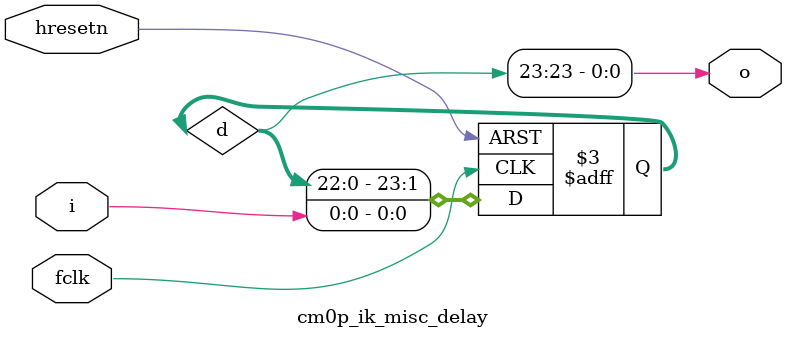
<source format=v>

module cm0p_ik_misc_delay
  (input  wire  fclk,
   input  wire  hresetn,
   input  wire  i,
   output wire  o);

  reg [23:0] d;

  always@(posedge fclk or negedge hresetn)
    if(~hresetn)
      d <= {24{1'b0}};
    else
      d <= {d[22:0], i};

  assign    o = d[23];

endmodule

</source>
